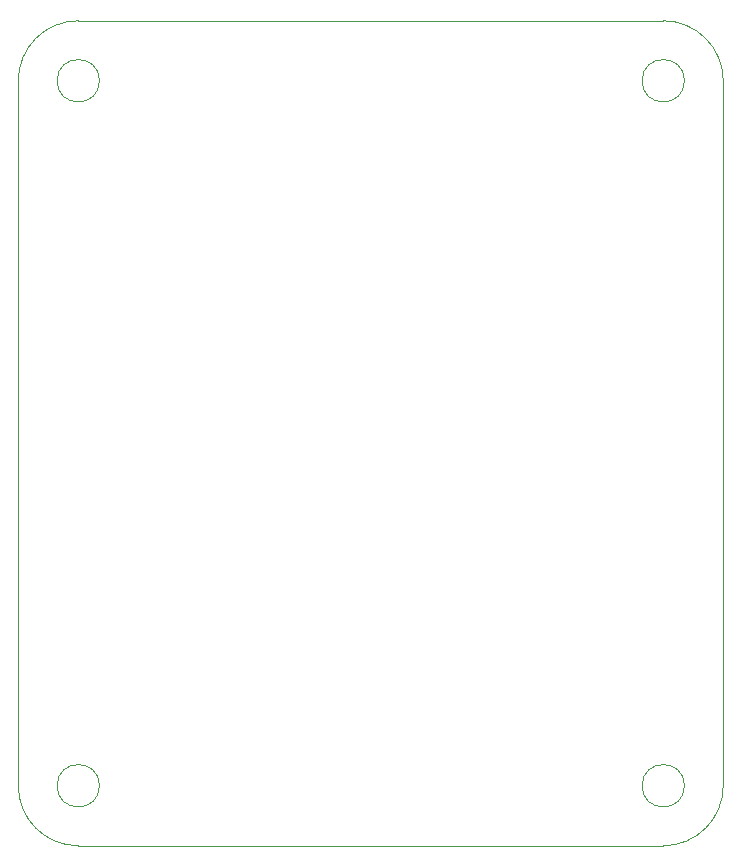
<source format=gbr>
%TF.GenerationSoftware,KiCad,Pcbnew,(6.0.1)*%
%TF.CreationDate,2022-02-11T21:46:40-08:00*%
%TF.ProjectId,dcs-joystick,6463732d-6a6f-4797-9374-69636b2e6b69,rev?*%
%TF.SameCoordinates,Original*%
%TF.FileFunction,Profile,NP*%
%FSLAX46Y46*%
G04 Gerber Fmt 4.6, Leading zero omitted, Abs format (unit mm)*
G04 Created by KiCad (PCBNEW (6.0.1)) date 2022-02-11 21:46:40*
%MOMM*%
%LPD*%
G01*
G04 APERTURE LIST*
%TA.AperFunction,Profile*%
%ADD10C,0.100000*%
%TD*%
G04 APERTURE END LIST*
D10*
X168910000Y-48260000D02*
G75*
G03*
X163830000Y-43180000I-5080002J-2D01*
G01*
X116096051Y-107949998D02*
G75*
G03*
X116096051Y-107949998I-1796051J0D01*
G01*
X168910000Y-48260000D02*
X168910000Y-107950000D01*
X114300000Y-43180000D02*
G75*
G03*
X109220000Y-48260000I2J-5080002D01*
G01*
X116096051Y-48260000D02*
G75*
G03*
X116096051Y-48260000I-1796051J0D01*
G01*
X163830000Y-113030000D02*
G75*
G03*
X168910000Y-107950000I-2J5080002D01*
G01*
X109220000Y-107950000D02*
X109220000Y-48260000D01*
X165626051Y-48260002D02*
G75*
G03*
X165626051Y-48260002I-1796051J0D01*
G01*
X114300000Y-43180000D02*
X163830000Y-43180000D01*
X109220000Y-107950000D02*
G75*
G03*
X114300000Y-113030000I5080002J2D01*
G01*
X165626051Y-107949998D02*
G75*
G03*
X165626051Y-107949998I-1796051J0D01*
G01*
X163830000Y-113030000D02*
X114300000Y-113030000D01*
M02*

</source>
